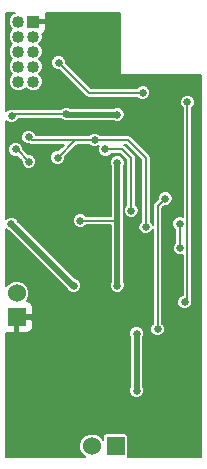
<source format=gbl>
G04 #@! TF.FileFunction,Copper,L2,Bot,Signal*
%FSLAX46Y46*%
G04 Gerber Fmt 4.6, Leading zero omitted, Abs format (unit mm)*
G04 Created by KiCad (PCBNEW 4.0.4-stable) date Tuesday, January 03, 2017 'PMt' 07:48:05 PM*
%MOMM*%
%LPD*%
G01*
G04 APERTURE LIST*
%ADD10C,0.100000*%
%ADD11R,1.524000X1.524000*%
%ADD12C,1.524000*%
%ADD13R,1.016000X1.016000*%
%ADD14C,1.016000*%
%ADD15C,0.635000*%
%ADD16C,0.203200*%
%ADD17C,0.508000*%
G04 APERTURE END LIST*
D10*
D11*
X132334000Y-114808000D03*
D12*
X132334000Y-112808000D03*
D11*
X140716000Y-125730000D03*
D12*
X138716000Y-125730000D03*
D13*
X133731000Y-89789000D03*
D14*
X132461000Y-89789000D03*
X133731000Y-91059000D03*
X132461000Y-91059000D03*
X133731000Y-92329000D03*
X132461000Y-92329000D03*
X133731000Y-93599000D03*
X132461000Y-93599000D03*
X133731000Y-94869000D03*
X132461000Y-94869000D03*
D15*
X140450000Y-122428000D03*
X138950000Y-122428000D03*
X139700000Y-120178000D03*
X131673600Y-101422200D03*
X141478000Y-115051840D03*
X145023840Y-116840000D03*
X145542000Y-115051840D03*
X132080000Y-122872500D03*
X133360160Y-119126000D03*
X133360160Y-117475000D03*
X139700000Y-108712000D03*
X145796000Y-103759000D03*
X138942000Y-103008000D03*
X132250000Y-103016000D03*
X136652000Y-98806000D03*
X135890000Y-94731840D03*
X144780000Y-94996000D03*
X137160000Y-89408000D03*
X142494000Y-116205000D03*
X142494000Y-121031000D03*
X135890000Y-93268800D03*
X143027400Y-95808800D03*
X137718800Y-106629200D03*
X131888000Y-106912000D03*
X137160000Y-112141000D03*
X140843000Y-101727000D03*
X140843000Y-112141000D03*
X132250000Y-100616000D03*
X133375400Y-101650800D03*
X131900000Y-97790000D03*
X136525000Y-97599500D03*
X140843000Y-97663000D03*
X146126200Y-106908600D03*
X146151600Y-108966000D03*
X144272000Y-115824000D03*
X144907000Y-104775000D03*
X142036800Y-105791000D03*
X139852400Y-100609400D03*
X143266160Y-107188000D03*
X135798000Y-101306000D03*
X133350000Y-99568000D03*
X138938000Y-99822000D03*
X146792000Y-96608000D03*
X146558000Y-113538000D03*
D16*
X138963400Y-122428000D02*
X138938000Y-122428000D01*
X138950000Y-122428000D02*
X138963400Y-122428000D01*
D17*
X142494000Y-121031000D02*
X142494000Y-116205000D01*
D16*
X138430000Y-95808800D02*
X135890000Y-93268800D01*
X143027400Y-95808800D02*
X138430000Y-95808800D01*
X137718800Y-106629200D02*
X140843000Y-106629200D01*
D17*
X137117000Y-112141000D02*
X137160000Y-112141000D01*
X131888000Y-106912000D02*
X137117000Y-112141000D01*
X140843000Y-112141000D02*
X140843000Y-106629200D01*
X140843000Y-106629200D02*
X140843000Y-101727000D01*
D16*
X132340600Y-100616000D02*
X133375400Y-101650800D01*
X132340600Y-100616000D02*
X132250000Y-100616000D01*
X136525000Y-97599500D02*
X132090500Y-97599500D01*
X132090500Y-97599500D02*
X131900000Y-97790000D01*
D17*
X136588500Y-97663000D02*
X140843000Y-97663000D01*
X136588500Y-97663000D02*
X136525000Y-97599500D01*
D16*
X146126200Y-108940600D02*
X146126200Y-106908600D01*
X146151600Y-108966000D02*
X146126200Y-108940600D01*
X144272000Y-107823000D02*
X144272000Y-105410000D01*
X144272000Y-115824000D02*
X144272000Y-107823000D01*
X144272000Y-105410000D02*
X144907000Y-104775000D01*
X141274800Y-100609400D02*
X139852400Y-100609400D01*
X142036800Y-101371400D02*
X141274800Y-100609400D01*
X142036800Y-101371400D02*
X142036800Y-105791000D01*
X141782800Y-99822000D02*
X138938000Y-99822000D01*
X143266160Y-101305360D02*
X141782800Y-99822000D01*
X143266160Y-107188000D02*
X143266160Y-101305360D01*
X138938000Y-99822000D02*
X137282000Y-99822000D01*
X137282000Y-99822000D02*
X135798000Y-101306000D01*
X138938000Y-99822000D02*
X133604000Y-99822000D01*
X133604000Y-99822000D02*
X133350000Y-99568000D01*
X146792000Y-113304000D02*
X146558000Y-113538000D01*
X146792000Y-113304000D02*
X146792000Y-96608000D01*
G36*
X132001187Y-89099540D02*
X131772343Y-89327984D01*
X131648341Y-89626615D01*
X131648059Y-89949967D01*
X131771540Y-90248813D01*
X131946526Y-90424105D01*
X131772343Y-90597984D01*
X131648341Y-90896615D01*
X131648059Y-91219967D01*
X131771540Y-91518813D01*
X131946526Y-91694105D01*
X131772343Y-91867984D01*
X131648341Y-92166615D01*
X131648059Y-92489967D01*
X131771540Y-92788813D01*
X131946526Y-92964105D01*
X131772343Y-93137984D01*
X131648341Y-93436615D01*
X131648059Y-93759967D01*
X131771540Y-94058813D01*
X131946526Y-94234105D01*
X131772343Y-94407984D01*
X131648341Y-94706615D01*
X131648059Y-95029967D01*
X131771540Y-95328813D01*
X131999984Y-95557657D01*
X132298615Y-95681659D01*
X132621967Y-95681941D01*
X132920813Y-95558460D01*
X133096105Y-95383474D01*
X133269984Y-95557657D01*
X133568615Y-95681659D01*
X133891967Y-95681941D01*
X134190813Y-95558460D01*
X134419657Y-95330016D01*
X134543659Y-95031385D01*
X134543941Y-94708033D01*
X134420460Y-94409187D01*
X134245474Y-94233895D01*
X134419657Y-94060016D01*
X134543659Y-93761385D01*
X134543941Y-93438033D01*
X134524938Y-93392040D01*
X135267592Y-93392040D01*
X135362132Y-93620844D01*
X135537035Y-93796053D01*
X135765674Y-93890992D01*
X135937606Y-93891142D01*
X138142631Y-96096168D01*
X138274477Y-96184265D01*
X138430000Y-96215200D01*
X142553793Y-96215200D01*
X142674435Y-96336053D01*
X142903074Y-96430992D01*
X143150640Y-96431208D01*
X143379444Y-96336668D01*
X143554653Y-96161765D01*
X143649592Y-95933126D01*
X143649808Y-95685560D01*
X143555268Y-95456756D01*
X143380365Y-95281547D01*
X143151726Y-95186608D01*
X142904160Y-95186392D01*
X142675356Y-95280932D01*
X142553675Y-95402400D01*
X138598337Y-95402400D01*
X136512259Y-93316323D01*
X136512408Y-93145560D01*
X136417868Y-92916756D01*
X136242965Y-92741547D01*
X136014326Y-92646608D01*
X135766760Y-92646392D01*
X135537956Y-92740932D01*
X135362747Y-92915835D01*
X135267808Y-93144474D01*
X135267592Y-93392040D01*
X134524938Y-93392040D01*
X134420460Y-93139187D01*
X134245474Y-92963895D01*
X134419657Y-92790016D01*
X134543659Y-92491385D01*
X134543941Y-92168033D01*
X134420460Y-91869187D01*
X134245474Y-91693895D01*
X134419657Y-91520016D01*
X134543659Y-91221385D01*
X134543941Y-90898033D01*
X134520120Y-90840383D01*
X134584311Y-90813794D01*
X134755794Y-90642311D01*
X134848600Y-90418257D01*
X134848600Y-90093800D01*
X134696200Y-89941400D01*
X133883400Y-89941400D01*
X133883400Y-89961400D01*
X133578600Y-89961400D01*
X133578600Y-89941400D01*
X133558600Y-89941400D01*
X133558600Y-89636600D01*
X133578600Y-89636600D01*
X133578600Y-89616600D01*
X133883400Y-89616600D01*
X133883400Y-89636600D01*
X134696200Y-89636600D01*
X134848600Y-89484200D01*
X134848600Y-89159743D01*
X134793119Y-89025800D01*
X141122400Y-89025800D01*
X141122400Y-94234000D01*
X141130405Y-94273528D01*
X141153157Y-94306828D01*
X141187073Y-94328652D01*
X141224000Y-94335600D01*
X147956200Y-94335600D01*
X147956200Y-126620200D01*
X141759304Y-126620200D01*
X141764287Y-126612907D01*
X141788771Y-126492000D01*
X141788771Y-124968000D01*
X141767518Y-124855048D01*
X141700763Y-124751308D01*
X141598907Y-124681713D01*
X141478000Y-124657229D01*
X139954000Y-124657229D01*
X139841048Y-124678482D01*
X139737308Y-124745237D01*
X139667713Y-124847093D01*
X139643229Y-124968000D01*
X139643229Y-125180497D01*
X139620916Y-125126496D01*
X139321083Y-124826138D01*
X138929131Y-124663385D01*
X138504731Y-124663015D01*
X138112496Y-124825084D01*
X137812138Y-125124917D01*
X137649385Y-125516869D01*
X137649015Y-125941269D01*
X137811084Y-126333504D01*
X138097279Y-126620200D01*
X131443800Y-126620200D01*
X131443800Y-116328240D01*
X141871592Y-116328240D01*
X141935200Y-116482183D01*
X141935200Y-120754009D01*
X141871808Y-120906674D01*
X141871592Y-121154240D01*
X141966132Y-121383044D01*
X142141035Y-121558253D01*
X142369674Y-121653192D01*
X142617240Y-121653408D01*
X142846044Y-121558868D01*
X143021253Y-121383965D01*
X143116192Y-121155326D01*
X143116408Y-120907760D01*
X143052800Y-120753817D01*
X143052800Y-116481991D01*
X143116192Y-116329326D01*
X143116408Y-116081760D01*
X143021868Y-115852956D01*
X142846965Y-115677747D01*
X142618326Y-115582808D01*
X142370760Y-115582592D01*
X142141956Y-115677132D01*
X141966747Y-115852035D01*
X141871808Y-116080674D01*
X141871592Y-116328240D01*
X131443800Y-116328240D01*
X131443800Y-116176724D01*
X131450743Y-116179600D01*
X132029200Y-116179600D01*
X132181600Y-116027200D01*
X132181600Y-114960400D01*
X132486400Y-114960400D01*
X132486400Y-116027200D01*
X132638800Y-116179600D01*
X133217257Y-116179600D01*
X133441311Y-116086794D01*
X133612794Y-115915311D01*
X133705600Y-115691257D01*
X133705600Y-115112800D01*
X133553200Y-114960400D01*
X132486400Y-114960400D01*
X132181600Y-114960400D01*
X132161600Y-114960400D01*
X132161600Y-114655600D01*
X132181600Y-114655600D01*
X132181600Y-114635600D01*
X132486400Y-114635600D01*
X132486400Y-114655600D01*
X133553200Y-114655600D01*
X133705600Y-114503200D01*
X133705600Y-113924743D01*
X133612794Y-113700689D01*
X133441311Y-113529206D01*
X133217257Y-113436400D01*
X133214504Y-113436400D01*
X133237862Y-113413083D01*
X133400615Y-113021131D01*
X133400985Y-112596731D01*
X133238916Y-112204496D01*
X132939083Y-111904138D01*
X132547131Y-111741385D01*
X132122731Y-111741015D01*
X131730496Y-111903084D01*
X131443800Y-112189279D01*
X131443800Y-107347858D01*
X131535035Y-107439253D01*
X131688868Y-107503130D01*
X136599284Y-112413546D01*
X136632132Y-112493044D01*
X136807035Y-112668253D01*
X137035674Y-112763192D01*
X137283240Y-112763408D01*
X137512044Y-112668868D01*
X137687253Y-112493965D01*
X137782192Y-112265326D01*
X137782408Y-112017760D01*
X137687868Y-111788956D01*
X137512965Y-111613747D01*
X137285598Y-111519336D01*
X132518702Y-106752440D01*
X137096392Y-106752440D01*
X137190932Y-106981244D01*
X137365835Y-107156453D01*
X137594474Y-107251392D01*
X137842040Y-107251608D01*
X138070844Y-107157068D01*
X138192525Y-107035600D01*
X140284200Y-107035600D01*
X140284200Y-111864009D01*
X140220808Y-112016674D01*
X140220592Y-112264240D01*
X140315132Y-112493044D01*
X140490035Y-112668253D01*
X140718674Y-112763192D01*
X140966240Y-112763408D01*
X141195044Y-112668868D01*
X141370253Y-112493965D01*
X141465192Y-112265326D01*
X141465408Y-112017760D01*
X141401800Y-111863817D01*
X141401800Y-102003991D01*
X141465192Y-101851326D01*
X141465408Y-101603760D01*
X141370868Y-101374956D01*
X141195965Y-101199747D01*
X140967326Y-101104808D01*
X140719760Y-101104592D01*
X140490956Y-101199132D01*
X140315747Y-101374035D01*
X140220808Y-101602674D01*
X140220592Y-101850240D01*
X140284200Y-102004183D01*
X140284200Y-106222800D01*
X138192407Y-106222800D01*
X138071765Y-106101947D01*
X137843126Y-106007008D01*
X137595560Y-106006792D01*
X137366756Y-106101332D01*
X137191547Y-106276235D01*
X137096608Y-106504874D01*
X137096392Y-106752440D01*
X132518702Y-106752440D01*
X132478994Y-106712732D01*
X132415868Y-106559956D01*
X132240965Y-106384747D01*
X132012326Y-106289808D01*
X131764760Y-106289592D01*
X131535956Y-106384132D01*
X131443800Y-106476127D01*
X131443800Y-100739240D01*
X131627592Y-100739240D01*
X131722132Y-100968044D01*
X131897035Y-101143253D01*
X132125674Y-101238192D01*
X132373240Y-101238408D01*
X132383877Y-101234013D01*
X132753141Y-101603277D01*
X132752992Y-101774040D01*
X132847532Y-102002844D01*
X133022435Y-102178053D01*
X133251074Y-102272992D01*
X133498640Y-102273208D01*
X133727444Y-102178668D01*
X133902653Y-102003765D01*
X133997592Y-101775126D01*
X133997808Y-101527560D01*
X133903268Y-101298756D01*
X133728365Y-101123547D01*
X133499726Y-101028608D01*
X133327794Y-101028458D01*
X132872338Y-100573002D01*
X132872408Y-100492760D01*
X132777868Y-100263956D01*
X132602965Y-100088747D01*
X132374326Y-99993808D01*
X132126760Y-99993592D01*
X131897956Y-100088132D01*
X131722747Y-100263035D01*
X131627808Y-100491674D01*
X131627592Y-100739240D01*
X131443800Y-100739240D01*
X131443800Y-99691240D01*
X132727592Y-99691240D01*
X132822132Y-99920044D01*
X132997035Y-100095253D01*
X133225674Y-100190192D01*
X133437869Y-100190377D01*
X133448477Y-100197465D01*
X133604000Y-100228400D01*
X136300864Y-100228400D01*
X135845523Y-100683741D01*
X135674760Y-100683592D01*
X135445956Y-100778132D01*
X135270747Y-100953035D01*
X135175808Y-101181674D01*
X135175592Y-101429240D01*
X135270132Y-101658044D01*
X135445035Y-101833253D01*
X135673674Y-101928192D01*
X135921240Y-101928408D01*
X136150044Y-101833868D01*
X136325253Y-101658965D01*
X136420192Y-101430326D01*
X136420342Y-101258394D01*
X137450336Y-100228400D01*
X138464393Y-100228400D01*
X138585035Y-100349253D01*
X138813674Y-100444192D01*
X139061240Y-100444408D01*
X139285585Y-100351710D01*
X139230208Y-100485074D01*
X139229992Y-100732640D01*
X139324532Y-100961444D01*
X139499435Y-101136653D01*
X139728074Y-101231592D01*
X139975640Y-101231808D01*
X140204444Y-101137268D01*
X140326125Y-101015800D01*
X141106464Y-101015800D01*
X141630400Y-101539736D01*
X141630400Y-105317393D01*
X141509547Y-105438035D01*
X141414608Y-105666674D01*
X141414392Y-105914240D01*
X141508932Y-106143044D01*
X141683835Y-106318253D01*
X141912474Y-106413192D01*
X142160040Y-106413408D01*
X142388844Y-106318868D01*
X142564053Y-106143965D01*
X142658992Y-105915326D01*
X142659208Y-105667760D01*
X142564668Y-105438956D01*
X142443200Y-105317275D01*
X142443200Y-101371400D01*
X142412265Y-101215877D01*
X142324168Y-101084032D01*
X141562168Y-100322032D01*
X141430323Y-100233935D01*
X141402496Y-100228400D01*
X141614464Y-100228400D01*
X142859760Y-101473696D01*
X142859760Y-106714393D01*
X142738907Y-106835035D01*
X142643968Y-107063674D01*
X142643752Y-107311240D01*
X142738292Y-107540044D01*
X142913195Y-107715253D01*
X143141834Y-107810192D01*
X143389400Y-107810408D01*
X143618204Y-107715868D01*
X143793413Y-107540965D01*
X143865600Y-107367119D01*
X143865600Y-115350393D01*
X143744747Y-115471035D01*
X143649808Y-115699674D01*
X143649592Y-115947240D01*
X143744132Y-116176044D01*
X143919035Y-116351253D01*
X144147674Y-116446192D01*
X144395240Y-116446408D01*
X144624044Y-116351868D01*
X144799253Y-116176965D01*
X144894192Y-115948326D01*
X144894408Y-115700760D01*
X144799868Y-115471956D01*
X144678400Y-115350275D01*
X144678400Y-107031840D01*
X145503792Y-107031840D01*
X145598332Y-107260644D01*
X145719800Y-107382325D01*
X145719800Y-108517749D01*
X145624347Y-108613035D01*
X145529408Y-108841674D01*
X145529192Y-109089240D01*
X145623732Y-109318044D01*
X145798635Y-109493253D01*
X146027274Y-109588192D01*
X146274840Y-109588408D01*
X146385600Y-109542643D01*
X146385600Y-112935905D01*
X146205956Y-113010132D01*
X146030747Y-113185035D01*
X145935808Y-113413674D01*
X145935592Y-113661240D01*
X146030132Y-113890044D01*
X146205035Y-114065253D01*
X146433674Y-114160192D01*
X146681240Y-114160408D01*
X146910044Y-114065868D01*
X147085253Y-113890965D01*
X147180192Y-113662326D01*
X147180408Y-113414760D01*
X147177681Y-113408161D01*
X147198400Y-113304000D01*
X147198400Y-97081607D01*
X147319253Y-96960965D01*
X147414192Y-96732326D01*
X147414408Y-96484760D01*
X147319868Y-96255956D01*
X147144965Y-96080747D01*
X146916326Y-95985808D01*
X146668760Y-95985592D01*
X146439956Y-96080132D01*
X146264747Y-96255035D01*
X146169808Y-96483674D01*
X146169592Y-96731240D01*
X146264132Y-96960044D01*
X146385600Y-97081725D01*
X146385600Y-106342496D01*
X146250526Y-106286408D01*
X146002960Y-106286192D01*
X145774156Y-106380732D01*
X145598947Y-106555635D01*
X145504008Y-106784274D01*
X145503792Y-107031840D01*
X144678400Y-107031840D01*
X144678400Y-105578336D01*
X144859477Y-105397259D01*
X145030240Y-105397408D01*
X145259044Y-105302868D01*
X145434253Y-105127965D01*
X145529192Y-104899326D01*
X145529408Y-104651760D01*
X145434868Y-104422956D01*
X145259965Y-104247747D01*
X145031326Y-104152808D01*
X144783760Y-104152592D01*
X144554956Y-104247132D01*
X144379747Y-104422035D01*
X144284808Y-104650674D01*
X144284658Y-104822606D01*
X143984632Y-105122632D01*
X143896535Y-105254477D01*
X143865600Y-105410000D01*
X143865600Y-107009173D01*
X143794028Y-106835956D01*
X143672560Y-106714275D01*
X143672560Y-101305360D01*
X143641625Y-101149837D01*
X143553528Y-101017992D01*
X142070168Y-99534632D01*
X141938323Y-99446535D01*
X141782800Y-99415600D01*
X139411607Y-99415600D01*
X139290965Y-99294747D01*
X139062326Y-99199808D01*
X138814760Y-99199592D01*
X138585956Y-99294132D01*
X138464275Y-99415600D01*
X133960359Y-99415600D01*
X133877868Y-99215956D01*
X133702965Y-99040747D01*
X133474326Y-98945808D01*
X133226760Y-98945592D01*
X132997956Y-99040132D01*
X132822747Y-99215035D01*
X132727808Y-99443674D01*
X132727592Y-99691240D01*
X131443800Y-99691240D01*
X131443800Y-98213837D01*
X131547035Y-98317253D01*
X131775674Y-98412192D01*
X132023240Y-98412408D01*
X132252044Y-98317868D01*
X132427253Y-98142965D01*
X132484167Y-98005900D01*
X136051393Y-98005900D01*
X136172035Y-98126753D01*
X136400674Y-98221692D01*
X136648240Y-98221908D01*
X136648501Y-98221800D01*
X140566009Y-98221800D01*
X140718674Y-98285192D01*
X140966240Y-98285408D01*
X141195044Y-98190868D01*
X141370253Y-98015965D01*
X141465192Y-97787326D01*
X141465408Y-97539760D01*
X141370868Y-97310956D01*
X141195965Y-97135747D01*
X140967326Y-97040808D01*
X140719760Y-97040592D01*
X140565817Y-97104200D01*
X136909862Y-97104200D01*
X136877965Y-97072247D01*
X136649326Y-96977308D01*
X136401760Y-96977092D01*
X136172956Y-97071632D01*
X136051275Y-97193100D01*
X132090500Y-97193100D01*
X132086941Y-97193808D01*
X132024326Y-97167808D01*
X131776760Y-97167592D01*
X131547956Y-97262132D01*
X131443800Y-97366106D01*
X131443800Y-89025800D01*
X132179651Y-89025800D01*
X132001187Y-89099540D01*
X132001187Y-89099540D01*
G37*
X132001187Y-89099540D02*
X131772343Y-89327984D01*
X131648341Y-89626615D01*
X131648059Y-89949967D01*
X131771540Y-90248813D01*
X131946526Y-90424105D01*
X131772343Y-90597984D01*
X131648341Y-90896615D01*
X131648059Y-91219967D01*
X131771540Y-91518813D01*
X131946526Y-91694105D01*
X131772343Y-91867984D01*
X131648341Y-92166615D01*
X131648059Y-92489967D01*
X131771540Y-92788813D01*
X131946526Y-92964105D01*
X131772343Y-93137984D01*
X131648341Y-93436615D01*
X131648059Y-93759967D01*
X131771540Y-94058813D01*
X131946526Y-94234105D01*
X131772343Y-94407984D01*
X131648341Y-94706615D01*
X131648059Y-95029967D01*
X131771540Y-95328813D01*
X131999984Y-95557657D01*
X132298615Y-95681659D01*
X132621967Y-95681941D01*
X132920813Y-95558460D01*
X133096105Y-95383474D01*
X133269984Y-95557657D01*
X133568615Y-95681659D01*
X133891967Y-95681941D01*
X134190813Y-95558460D01*
X134419657Y-95330016D01*
X134543659Y-95031385D01*
X134543941Y-94708033D01*
X134420460Y-94409187D01*
X134245474Y-94233895D01*
X134419657Y-94060016D01*
X134543659Y-93761385D01*
X134543941Y-93438033D01*
X134524938Y-93392040D01*
X135267592Y-93392040D01*
X135362132Y-93620844D01*
X135537035Y-93796053D01*
X135765674Y-93890992D01*
X135937606Y-93891142D01*
X138142631Y-96096168D01*
X138274477Y-96184265D01*
X138430000Y-96215200D01*
X142553793Y-96215200D01*
X142674435Y-96336053D01*
X142903074Y-96430992D01*
X143150640Y-96431208D01*
X143379444Y-96336668D01*
X143554653Y-96161765D01*
X143649592Y-95933126D01*
X143649808Y-95685560D01*
X143555268Y-95456756D01*
X143380365Y-95281547D01*
X143151726Y-95186608D01*
X142904160Y-95186392D01*
X142675356Y-95280932D01*
X142553675Y-95402400D01*
X138598337Y-95402400D01*
X136512259Y-93316323D01*
X136512408Y-93145560D01*
X136417868Y-92916756D01*
X136242965Y-92741547D01*
X136014326Y-92646608D01*
X135766760Y-92646392D01*
X135537956Y-92740932D01*
X135362747Y-92915835D01*
X135267808Y-93144474D01*
X135267592Y-93392040D01*
X134524938Y-93392040D01*
X134420460Y-93139187D01*
X134245474Y-92963895D01*
X134419657Y-92790016D01*
X134543659Y-92491385D01*
X134543941Y-92168033D01*
X134420460Y-91869187D01*
X134245474Y-91693895D01*
X134419657Y-91520016D01*
X134543659Y-91221385D01*
X134543941Y-90898033D01*
X134520120Y-90840383D01*
X134584311Y-90813794D01*
X134755794Y-90642311D01*
X134848600Y-90418257D01*
X134848600Y-90093800D01*
X134696200Y-89941400D01*
X133883400Y-89941400D01*
X133883400Y-89961400D01*
X133578600Y-89961400D01*
X133578600Y-89941400D01*
X133558600Y-89941400D01*
X133558600Y-89636600D01*
X133578600Y-89636600D01*
X133578600Y-89616600D01*
X133883400Y-89616600D01*
X133883400Y-89636600D01*
X134696200Y-89636600D01*
X134848600Y-89484200D01*
X134848600Y-89159743D01*
X134793119Y-89025800D01*
X141122400Y-89025800D01*
X141122400Y-94234000D01*
X141130405Y-94273528D01*
X141153157Y-94306828D01*
X141187073Y-94328652D01*
X141224000Y-94335600D01*
X147956200Y-94335600D01*
X147956200Y-126620200D01*
X141759304Y-126620200D01*
X141764287Y-126612907D01*
X141788771Y-126492000D01*
X141788771Y-124968000D01*
X141767518Y-124855048D01*
X141700763Y-124751308D01*
X141598907Y-124681713D01*
X141478000Y-124657229D01*
X139954000Y-124657229D01*
X139841048Y-124678482D01*
X139737308Y-124745237D01*
X139667713Y-124847093D01*
X139643229Y-124968000D01*
X139643229Y-125180497D01*
X139620916Y-125126496D01*
X139321083Y-124826138D01*
X138929131Y-124663385D01*
X138504731Y-124663015D01*
X138112496Y-124825084D01*
X137812138Y-125124917D01*
X137649385Y-125516869D01*
X137649015Y-125941269D01*
X137811084Y-126333504D01*
X138097279Y-126620200D01*
X131443800Y-126620200D01*
X131443800Y-116328240D01*
X141871592Y-116328240D01*
X141935200Y-116482183D01*
X141935200Y-120754009D01*
X141871808Y-120906674D01*
X141871592Y-121154240D01*
X141966132Y-121383044D01*
X142141035Y-121558253D01*
X142369674Y-121653192D01*
X142617240Y-121653408D01*
X142846044Y-121558868D01*
X143021253Y-121383965D01*
X143116192Y-121155326D01*
X143116408Y-120907760D01*
X143052800Y-120753817D01*
X143052800Y-116481991D01*
X143116192Y-116329326D01*
X143116408Y-116081760D01*
X143021868Y-115852956D01*
X142846965Y-115677747D01*
X142618326Y-115582808D01*
X142370760Y-115582592D01*
X142141956Y-115677132D01*
X141966747Y-115852035D01*
X141871808Y-116080674D01*
X141871592Y-116328240D01*
X131443800Y-116328240D01*
X131443800Y-116176724D01*
X131450743Y-116179600D01*
X132029200Y-116179600D01*
X132181600Y-116027200D01*
X132181600Y-114960400D01*
X132486400Y-114960400D01*
X132486400Y-116027200D01*
X132638800Y-116179600D01*
X133217257Y-116179600D01*
X133441311Y-116086794D01*
X133612794Y-115915311D01*
X133705600Y-115691257D01*
X133705600Y-115112800D01*
X133553200Y-114960400D01*
X132486400Y-114960400D01*
X132181600Y-114960400D01*
X132161600Y-114960400D01*
X132161600Y-114655600D01*
X132181600Y-114655600D01*
X132181600Y-114635600D01*
X132486400Y-114635600D01*
X132486400Y-114655600D01*
X133553200Y-114655600D01*
X133705600Y-114503200D01*
X133705600Y-113924743D01*
X133612794Y-113700689D01*
X133441311Y-113529206D01*
X133217257Y-113436400D01*
X133214504Y-113436400D01*
X133237862Y-113413083D01*
X133400615Y-113021131D01*
X133400985Y-112596731D01*
X133238916Y-112204496D01*
X132939083Y-111904138D01*
X132547131Y-111741385D01*
X132122731Y-111741015D01*
X131730496Y-111903084D01*
X131443800Y-112189279D01*
X131443800Y-107347858D01*
X131535035Y-107439253D01*
X131688868Y-107503130D01*
X136599284Y-112413546D01*
X136632132Y-112493044D01*
X136807035Y-112668253D01*
X137035674Y-112763192D01*
X137283240Y-112763408D01*
X137512044Y-112668868D01*
X137687253Y-112493965D01*
X137782192Y-112265326D01*
X137782408Y-112017760D01*
X137687868Y-111788956D01*
X137512965Y-111613747D01*
X137285598Y-111519336D01*
X132518702Y-106752440D01*
X137096392Y-106752440D01*
X137190932Y-106981244D01*
X137365835Y-107156453D01*
X137594474Y-107251392D01*
X137842040Y-107251608D01*
X138070844Y-107157068D01*
X138192525Y-107035600D01*
X140284200Y-107035600D01*
X140284200Y-111864009D01*
X140220808Y-112016674D01*
X140220592Y-112264240D01*
X140315132Y-112493044D01*
X140490035Y-112668253D01*
X140718674Y-112763192D01*
X140966240Y-112763408D01*
X141195044Y-112668868D01*
X141370253Y-112493965D01*
X141465192Y-112265326D01*
X141465408Y-112017760D01*
X141401800Y-111863817D01*
X141401800Y-102003991D01*
X141465192Y-101851326D01*
X141465408Y-101603760D01*
X141370868Y-101374956D01*
X141195965Y-101199747D01*
X140967326Y-101104808D01*
X140719760Y-101104592D01*
X140490956Y-101199132D01*
X140315747Y-101374035D01*
X140220808Y-101602674D01*
X140220592Y-101850240D01*
X140284200Y-102004183D01*
X140284200Y-106222800D01*
X138192407Y-106222800D01*
X138071765Y-106101947D01*
X137843126Y-106007008D01*
X137595560Y-106006792D01*
X137366756Y-106101332D01*
X137191547Y-106276235D01*
X137096608Y-106504874D01*
X137096392Y-106752440D01*
X132518702Y-106752440D01*
X132478994Y-106712732D01*
X132415868Y-106559956D01*
X132240965Y-106384747D01*
X132012326Y-106289808D01*
X131764760Y-106289592D01*
X131535956Y-106384132D01*
X131443800Y-106476127D01*
X131443800Y-100739240D01*
X131627592Y-100739240D01*
X131722132Y-100968044D01*
X131897035Y-101143253D01*
X132125674Y-101238192D01*
X132373240Y-101238408D01*
X132383877Y-101234013D01*
X132753141Y-101603277D01*
X132752992Y-101774040D01*
X132847532Y-102002844D01*
X133022435Y-102178053D01*
X133251074Y-102272992D01*
X133498640Y-102273208D01*
X133727444Y-102178668D01*
X133902653Y-102003765D01*
X133997592Y-101775126D01*
X133997808Y-101527560D01*
X133903268Y-101298756D01*
X133728365Y-101123547D01*
X133499726Y-101028608D01*
X133327794Y-101028458D01*
X132872338Y-100573002D01*
X132872408Y-100492760D01*
X132777868Y-100263956D01*
X132602965Y-100088747D01*
X132374326Y-99993808D01*
X132126760Y-99993592D01*
X131897956Y-100088132D01*
X131722747Y-100263035D01*
X131627808Y-100491674D01*
X131627592Y-100739240D01*
X131443800Y-100739240D01*
X131443800Y-99691240D01*
X132727592Y-99691240D01*
X132822132Y-99920044D01*
X132997035Y-100095253D01*
X133225674Y-100190192D01*
X133437869Y-100190377D01*
X133448477Y-100197465D01*
X133604000Y-100228400D01*
X136300864Y-100228400D01*
X135845523Y-100683741D01*
X135674760Y-100683592D01*
X135445956Y-100778132D01*
X135270747Y-100953035D01*
X135175808Y-101181674D01*
X135175592Y-101429240D01*
X135270132Y-101658044D01*
X135445035Y-101833253D01*
X135673674Y-101928192D01*
X135921240Y-101928408D01*
X136150044Y-101833868D01*
X136325253Y-101658965D01*
X136420192Y-101430326D01*
X136420342Y-101258394D01*
X137450336Y-100228400D01*
X138464393Y-100228400D01*
X138585035Y-100349253D01*
X138813674Y-100444192D01*
X139061240Y-100444408D01*
X139285585Y-100351710D01*
X139230208Y-100485074D01*
X139229992Y-100732640D01*
X139324532Y-100961444D01*
X139499435Y-101136653D01*
X139728074Y-101231592D01*
X139975640Y-101231808D01*
X140204444Y-101137268D01*
X140326125Y-101015800D01*
X141106464Y-101015800D01*
X141630400Y-101539736D01*
X141630400Y-105317393D01*
X141509547Y-105438035D01*
X141414608Y-105666674D01*
X141414392Y-105914240D01*
X141508932Y-106143044D01*
X141683835Y-106318253D01*
X141912474Y-106413192D01*
X142160040Y-106413408D01*
X142388844Y-106318868D01*
X142564053Y-106143965D01*
X142658992Y-105915326D01*
X142659208Y-105667760D01*
X142564668Y-105438956D01*
X142443200Y-105317275D01*
X142443200Y-101371400D01*
X142412265Y-101215877D01*
X142324168Y-101084032D01*
X141562168Y-100322032D01*
X141430323Y-100233935D01*
X141402496Y-100228400D01*
X141614464Y-100228400D01*
X142859760Y-101473696D01*
X142859760Y-106714393D01*
X142738907Y-106835035D01*
X142643968Y-107063674D01*
X142643752Y-107311240D01*
X142738292Y-107540044D01*
X142913195Y-107715253D01*
X143141834Y-107810192D01*
X143389400Y-107810408D01*
X143618204Y-107715868D01*
X143793413Y-107540965D01*
X143865600Y-107367119D01*
X143865600Y-115350393D01*
X143744747Y-115471035D01*
X143649808Y-115699674D01*
X143649592Y-115947240D01*
X143744132Y-116176044D01*
X143919035Y-116351253D01*
X144147674Y-116446192D01*
X144395240Y-116446408D01*
X144624044Y-116351868D01*
X144799253Y-116176965D01*
X144894192Y-115948326D01*
X144894408Y-115700760D01*
X144799868Y-115471956D01*
X144678400Y-115350275D01*
X144678400Y-107031840D01*
X145503792Y-107031840D01*
X145598332Y-107260644D01*
X145719800Y-107382325D01*
X145719800Y-108517749D01*
X145624347Y-108613035D01*
X145529408Y-108841674D01*
X145529192Y-109089240D01*
X145623732Y-109318044D01*
X145798635Y-109493253D01*
X146027274Y-109588192D01*
X146274840Y-109588408D01*
X146385600Y-109542643D01*
X146385600Y-112935905D01*
X146205956Y-113010132D01*
X146030747Y-113185035D01*
X145935808Y-113413674D01*
X145935592Y-113661240D01*
X146030132Y-113890044D01*
X146205035Y-114065253D01*
X146433674Y-114160192D01*
X146681240Y-114160408D01*
X146910044Y-114065868D01*
X147085253Y-113890965D01*
X147180192Y-113662326D01*
X147180408Y-113414760D01*
X147177681Y-113408161D01*
X147198400Y-113304000D01*
X147198400Y-97081607D01*
X147319253Y-96960965D01*
X147414192Y-96732326D01*
X147414408Y-96484760D01*
X147319868Y-96255956D01*
X147144965Y-96080747D01*
X146916326Y-95985808D01*
X146668760Y-95985592D01*
X146439956Y-96080132D01*
X146264747Y-96255035D01*
X146169808Y-96483674D01*
X146169592Y-96731240D01*
X146264132Y-96960044D01*
X146385600Y-97081725D01*
X146385600Y-106342496D01*
X146250526Y-106286408D01*
X146002960Y-106286192D01*
X145774156Y-106380732D01*
X145598947Y-106555635D01*
X145504008Y-106784274D01*
X145503792Y-107031840D01*
X144678400Y-107031840D01*
X144678400Y-105578336D01*
X144859477Y-105397259D01*
X145030240Y-105397408D01*
X145259044Y-105302868D01*
X145434253Y-105127965D01*
X145529192Y-104899326D01*
X145529408Y-104651760D01*
X145434868Y-104422956D01*
X145259965Y-104247747D01*
X145031326Y-104152808D01*
X144783760Y-104152592D01*
X144554956Y-104247132D01*
X144379747Y-104422035D01*
X144284808Y-104650674D01*
X144284658Y-104822606D01*
X143984632Y-105122632D01*
X143896535Y-105254477D01*
X143865600Y-105410000D01*
X143865600Y-107009173D01*
X143794028Y-106835956D01*
X143672560Y-106714275D01*
X143672560Y-101305360D01*
X143641625Y-101149837D01*
X143553528Y-101017992D01*
X142070168Y-99534632D01*
X141938323Y-99446535D01*
X141782800Y-99415600D01*
X139411607Y-99415600D01*
X139290965Y-99294747D01*
X139062326Y-99199808D01*
X138814760Y-99199592D01*
X138585956Y-99294132D01*
X138464275Y-99415600D01*
X133960359Y-99415600D01*
X133877868Y-99215956D01*
X133702965Y-99040747D01*
X133474326Y-98945808D01*
X133226760Y-98945592D01*
X132997956Y-99040132D01*
X132822747Y-99215035D01*
X132727808Y-99443674D01*
X132727592Y-99691240D01*
X131443800Y-99691240D01*
X131443800Y-98213837D01*
X131547035Y-98317253D01*
X131775674Y-98412192D01*
X132023240Y-98412408D01*
X132252044Y-98317868D01*
X132427253Y-98142965D01*
X132484167Y-98005900D01*
X136051393Y-98005900D01*
X136172035Y-98126753D01*
X136400674Y-98221692D01*
X136648240Y-98221908D01*
X136648501Y-98221800D01*
X140566009Y-98221800D01*
X140718674Y-98285192D01*
X140966240Y-98285408D01*
X141195044Y-98190868D01*
X141370253Y-98015965D01*
X141465192Y-97787326D01*
X141465408Y-97539760D01*
X141370868Y-97310956D01*
X141195965Y-97135747D01*
X140967326Y-97040808D01*
X140719760Y-97040592D01*
X140565817Y-97104200D01*
X136909862Y-97104200D01*
X136877965Y-97072247D01*
X136649326Y-96977308D01*
X136401760Y-96977092D01*
X136172956Y-97071632D01*
X136051275Y-97193100D01*
X132090500Y-97193100D01*
X132086941Y-97193808D01*
X132024326Y-97167808D01*
X131776760Y-97167592D01*
X131547956Y-97262132D01*
X131443800Y-97366106D01*
X131443800Y-89025800D01*
X132179651Y-89025800D01*
X132001187Y-89099540D01*
M02*

</source>
